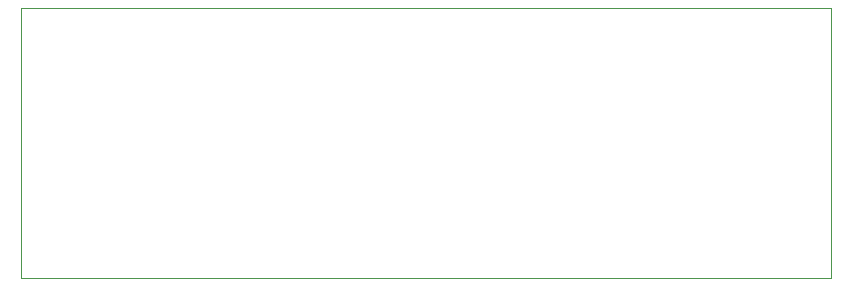
<source format=gbr>
%TF.GenerationSoftware,KiCad,Pcbnew,(6.0.0)*%
%TF.CreationDate,2022-01-08T11:13:19+00:00*%
%TF.ProjectId,Hub,4875622e-6b69-4636-9164-5f7063625858,rev?*%
%TF.SameCoordinates,Original*%
%TF.FileFunction,Profile,NP*%
%FSLAX46Y46*%
G04 Gerber Fmt 4.6, Leading zero omitted, Abs format (unit mm)*
G04 Created by KiCad (PCBNEW (6.0.0)) date 2022-01-08 11:13:19*
%MOMM*%
%LPD*%
G01*
G04 APERTURE LIST*
%TA.AperFunction,Profile*%
%ADD10C,0.100000*%
%TD*%
G04 APERTURE END LIST*
D10*
X91440000Y-78740000D02*
X160020000Y-78740000D01*
X160020000Y-78740000D02*
X160020000Y-101600000D01*
X160020000Y-101600000D02*
X91440000Y-101600000D01*
X91440000Y-101600000D02*
X91440000Y-78740000D01*
M02*

</source>
